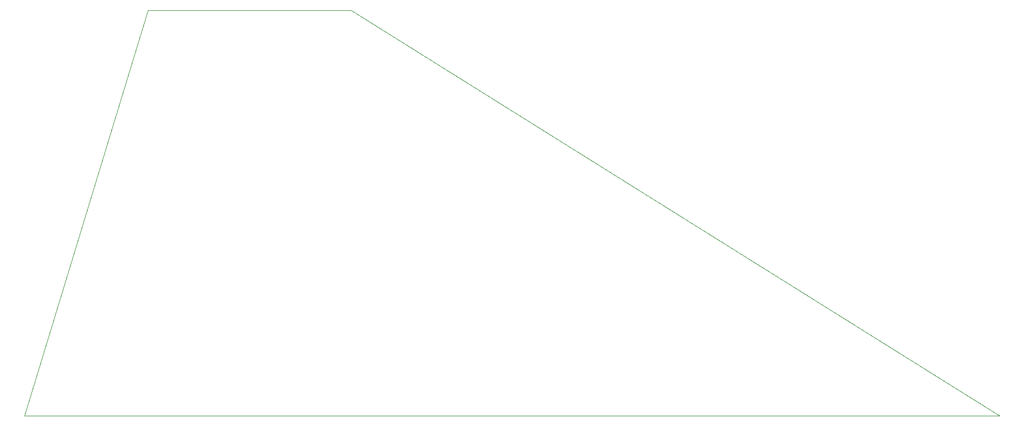
<source format=gbr>
%TF.GenerationSoftware,KiCad,Pcbnew,9.0.2*%
%TF.CreationDate,2025-08-03T14:59:52-04:00*%
%TF.ProjectId,SGTC_Center,53475443-5f43-4656-9e74-65722e6b6963,rev?*%
%TF.SameCoordinates,Original*%
%TF.FileFunction,Profile,NP*%
%FSLAX46Y46*%
G04 Gerber Fmt 4.6, Leading zero omitted, Abs format (unit mm)*
G04 Created by KiCad (PCBNEW 9.0.2) date 2025-08-03 14:59:52*
%MOMM*%
%LPD*%
G01*
G04 APERTURE LIST*
%TA.AperFunction,Profile*%
%ADD10C,0.050000*%
%TD*%
G04 APERTURE END LIST*
D10*
X68407060Y-122107836D02*
X87707060Y-58607836D01*
X220807060Y-122107836D02*
X119457060Y-58607836D01*
X87707060Y-58607836D02*
X119457060Y-58607836D01*
X68407060Y-122107836D02*
X220807060Y-122107836D01*
M02*

</source>
